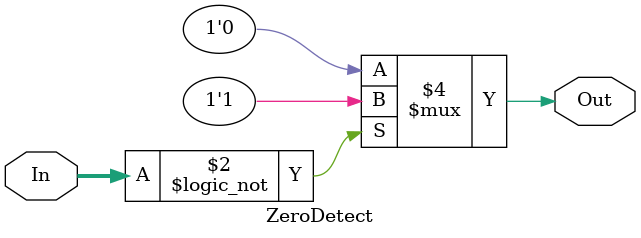
<source format=v>
`timescale 1ns / 1ps
module ZeroDetect(
    input [3:0] In,
    output reg Out
    );
	 
	 always@(*)
	 begin
		if(In == 0) Out <= 1;
		else Out <= 0;
	 end


endmodule

</source>
